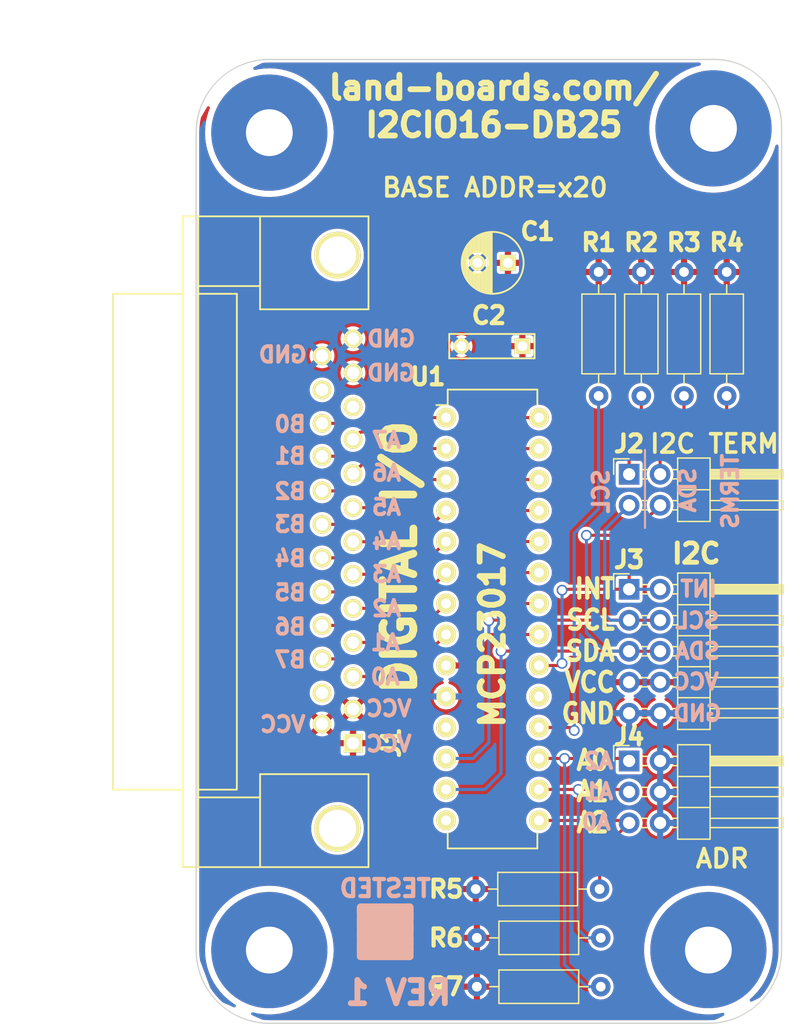
<source format=kicad_pcb>
(kicad_pcb (version 20211014) (generator pcbnew)
  (title_block (title "8-Channel Opto-Isolated Output I2C") (rev "X1") (company "land-boards.com"))
  (layers (0 "F.Cu" signal) (31 "B.Cu" signal) (36 "B.SilkS" user "B.Silkscreen") (37 "F.SilkS" user "F.Silkscreen") (38 "B.Mask" user) (39 "F.Mask" user) (44 "Edge.Cuts" user))
  (net 0 "")
  (net 1 "/A1")
  (net 2 "/A2")
  (net 3 "/SCL")
  (net 4 "/SDA")
  (net 5 "GND")
  (net 6 "/RST")
  (net 7 "/VCC")
  (net 12 "/G0")
  (net 13 "/G1")
  (net 14 "/G2")
  (net 15 "/G3")
  (net 16 "/G4")
  (net 17 "/G5")
  (net 18 "/G6")
  (net 19 "/G15")
  (net 20 "/G14")
  (net 21 "/G13")
  (net 22 "/G12")
  (net 23 "/G11")
  (net 24 "/G10")
  (net 25 "/G9")
  (net 26 "Net-(R3-Pad1)")
  (net 27 "Net-(R2-Pad1)")
  (net 28 "/G7")
  (net 29 "/G8")
  (net 30 "/IA")
  (net 31 "/A0")
  (footprint "LandBoards_MountHoles:MTG-6-32" (layer "F.Cu") (at 6 6 180)
    (fp_text reference "MTG4" hide)
    (fp_text value "MTG_HOLE" hide)
    (pad "1" thru_hole circle locked (at 0 0 180) (size 9.525 9.525) (drill 3.8354) (layers *.Cu *.Mask) (clearance 0.508))
  )
  (footprint "LandBoards_MountHoles:MTG-6-32" (layer "F.Cu") (at 42.42 5.65 180)
    (fp_text reference "MTG3" hide)
    (fp_text value "MTG_HOLE" hide)
    (pad "1" thru_hole circle locked (at 0 0 180) (size 9.525 9.525) (drill 3.8354) (layers *.Cu *.Mask) (clearance 0.508))
  )
  (footprint "LandBoards_MountHoles:MTG-6-32" (layer "F.Cu") (at 6 73 180)
    (fp_text reference "MTG2" hide)
    (fp_text value "MTG_HOLE" hide)
    (pad "1" thru_hole circle locked (at 0 0 180) (size 9.525 9.525) (drill 3.8354) (layers *.Cu *.Mask) (clearance 0.508))
  )
  (footprint "LandBoards_MountHoles:MTG-6-32" (layer "F.Cu") (at 42 73 180)
    (fp_text reference "MTG1" hide)
    (fp_text value "MTG_HOLE" hide)
    (pad "1" thru_hole circle locked (at 0 0 180) (size 9.525 9.525) (drill 3.8354) (layers *.Cu *.Mask) (clearance 0.508))
  )
  (footprint "Capacitors_ThroughHole:C_Rect_L7_W2_P5" (layer "F.Cu") (at 26.75 23.5 180)
    (fp_text reference "C2" (at 2.75 2.52 180) (layer "F.SilkS") (effects (font (size 1.397 1.397) (thickness 0.381))))
    (fp_text value "0.1uF" hide)
    (fp_line (start -1 1) (end -1 -1) (layer "F.SilkS") (width 0.15))
    (fp_line (start 6 -1) (end 6 1) (layer "F.SilkS") (width 0.15))
    (fp_line (start -1 -1) (end 6 -1) (layer "F.SilkS") (width 0.15))
    (fp_line (start 6 1) (end -1 1) (layer "F.SilkS") (width 0.15))
    (pad "1" thru_hole rect locked (at 0 0 180) (size 1.3 1.3) (drill 0.8) (layers *.Cu *.Mask "F.SilkS") (net 7 "/VCC"))
    (pad "2" thru_hole circle locked (at 5 0 180) (size 1.3 1.3) (drill 0.8) (layers *.Cu *.Mask "F.SilkS") (net 5 "GND"))
  )
  (footprint "Housings_DIP:DIP-28_W7.62mm" (layer "F.Cu") (at 20.49 29.355)
    (fp_text reference "U1" (at -1.49 -3.355) (layer "F.SilkS") (effects (font (size 1.397 1.397) (thickness 0.381))))
    (fp_text value "MCP23017P" hide)
    (fp_line (start 0.135 -2.295) (end 0.135 -1.025) (layer "F.SilkS") (width 0.15))
    (fp_line (start 0.135 -1.025) (end -0.8 -1.025) (layer "F.SilkS") (width 0.15))
    (fp_line (start 0.135 35.315) (end 0.135 34.045) (layer "F.SilkS") (width 0.15))
    (fp_line (start 7.485 35.315) (end 7.485 34.045) (layer "F.SilkS") (width 0.15))
    (fp_line (start 7.485 -2.295) (end 7.485 -1.025) (layer "F.SilkS") (width 0.15))
    (fp_line (start 0.135 35.315) (end 7.485 35.315) (layer "F.SilkS") (width 0.15))
    (fp_line (start 0.135 -2.295) (end 7.485 -2.295) (layer "F.SilkS") (width 0.15))
    (pad "1" thru_hole oval locked (at 0 0) (size 1.6 1.6) (drill 0.8) (layers *.Cu *.Mask "F.SilkS") (net 29 "/G8"))
    (pad "2" thru_hole oval locked (at 0 2.54) (size 1.6 1.6) (drill 0.8) (layers *.Cu *.Mask "F.SilkS") (net 25 "/G9"))
    (pad "3" thru_hole oval locked (at 0 5.08) (size 1.6 1.6) (drill 0.8) (layers *.Cu *.Mask "F.SilkS") (net 24 "/G10"))
    (pad "4" thru_hole oval locked (at 0 7.62) (size 1.6 1.6) (drill 0.8) (layers *.Cu *.Mask "F.SilkS") (net 23 "/G11"))
    (pad "5" thru_hole oval locked (at 0 10.16) (size 1.6 1.6) (drill 0.8) (layers *.Cu *.Mask "F.SilkS") (net 22 "/G12"))
    (pad "6" thru_hole oval locked (at 0 12.7) (size 1.6 1.6) (drill 0.8) (layers *.Cu *.Mask "F.SilkS") (net 21 "/G13"))
    (pad "7" thru_hole oval locked (at 0 15.24) (size 1.6 1.6) (drill 0.8) (layers *.Cu *.Mask "F.SilkS") (net 20 "/G14"))
    (pad "8" thru_hole oval locked (at 0 17.78) (size 1.6 1.6) (drill 0.8) (layers *.Cu *.Mask "F.SilkS") (net 19 "/G15"))
    (pad "9" thru_hole oval locked (at 0 20.32) (size 1.6 1.6) (drill 0.8) (layers *.Cu *.Mask "F.SilkS") (net 7 "/VCC"))
    (pad "10" thru_hole oval locked (at 0 22.86) (size 1.6 1.6) (drill 0.8) (layers *.Cu *.Mask "F.SilkS") (net 5 "GND"))
    (pad "11" thru_hole oval locked (at 0 25.4) (size 1.6 1.6) (drill 0.8) (layers *.Cu *.Mask "F.SilkS"))
    (pad "12" thru_hole oval locked (at 0 27.94) (size 1.6 1.6) (drill 0.8) (layers *.Cu *.Mask "F.SilkS") (net 3 "/SCL"))
    (pad "13" thru_hole oval locked (at 0 30.48) (size 1.6 1.6) (drill 0.8) (layers *.Cu *.Mask "F.SilkS") (net 4 "/SDA"))
    (pad "14" thru_hole oval locked (at 0 33.02) (size 1.6 1.6) (drill 0.8) (layers *.Cu *.Mask "F.SilkS"))
    (pad "15" thru_hole oval locked (at 7.62 33.02) (size 1.6 1.6) (drill 0.8) (layers *.Cu *.Mask "F.SilkS") (net 31 "/A0"))
    (pad "16" thru_hole oval locked (at 7.62 30.48) (size 1.6 1.6) (drill 0.8) (layers *.Cu *.Mask "F.SilkS") (net 1 "/A1"))
    (pad "17" thru_hole oval locked (at 7.62 27.94) (size 1.6 1.6) (drill 0.8) (layers *.Cu *.Mask "F.SilkS") (net 2 "/A2"))
    (pad "18" thru_hole oval locked (at 7.62 25.4) (size 1.6 1.6) (drill 0.8) (layers *.Cu *.Mask "F.SilkS") (net 6 "/RST"))
    (pad "19" thru_hole oval locked (at 7.62 22.86) (size 1.6 1.6) (drill 0.8) (layers *.Cu *.Mask "F.SilkS"))
    (pad "20" thru_hole oval locked (at 7.62 20.32) (size 1.6 1.6) (drill 0.8) (layers *.Cu *.Mask "F.SilkS") (net 30 "/IA"))
    (pad "21" thru_hole oval locked (at 7.62 17.78) (size 1.6 1.6) (drill 0.8) (layers *.Cu *.Mask "F.SilkS") (net 12 "/G0"))
    (pad "22" thru_hole oval locked (at 7.62 15.24) (size 1.6 1.6) (drill 0.8) (layers *.Cu *.Mask "F.SilkS") (net 13 "/G1"))
    (pad "23" thru_hole oval locked (at 7.62 12.7) (size 1.6 1.6) (drill 0.8) (layers *.Cu *.Mask "F.SilkS") (net 14 "/G2"))
    (pad "24" thru_hole oval locked (at 7.62 10.16) (size 1.6 1.6) (drill 0.8) (layers *.Cu *.Mask "F.SilkS") (net 15 "/G3"))
    (pad "25" thru_hole oval locked (at 7.62 7.62) (size 1.6 1.6) (drill 0.8) (layers *.Cu *.Mask "F.SilkS") (net 16 "/G4"))
    (pad "26" thru_hole oval locked (at 7.62 5.08) (size 1.6 1.6) (drill 0.8) (layers *.Cu *.Mask "F.SilkS") (net 17 "/G5"))
    (pad "27" thru_hole oval locked (at 7.62 2.54) (size 1.6 1.6) (drill 0.8) (layers *.Cu *.Mask "F.SilkS") (net 18 "/G6"))
    (pad "28" thru_hole oval locked (at 7.62 0) (size 1.6 1.6) (drill 0.8) (layers *.Cu *.Mask "F.SilkS") (net 28 "/G7"))
  )
  (footprint "Connector_PinHeader_2.54mm:PinHeader_2x05_P2.54mm_Horizontal" (layer "F.Cu") (at 35.5 43.425)
    (fp_text reference "J3" (at 0 -2.425) (layer "F.SilkS") (effects (font (size 1.397 1.397) (thickness 0.381))))
    (fp_text value "CONN_02X04")
    (fp_line (start 12.64 2.92) (end 6.64 2.92) (layer "F.SilkS") (width 0.12))
    (fp_line (start 12.64 5.46) (end 6.64 5.46) (layer "F.SilkS") (width 0.12))
    (fp_line (start 1.11 0.38) (end 1.497071 0.38) (layer "F.SilkS") (width 0.12))
    (fp_line (start 3.582929 2.16) (end 3.98 2.16) (layer "F.SilkS") (width 0.12))
    (fp_line (start 6.64 -1.33) (end 3.98 -1.33) (layer "F.SilkS") (width 0.12))
    (fp_line (start 3.98 11.49) (end 6.64 11.49) (layer "F.SilkS") (width 0.12))
    (fp_line (start 3.98 8.89) (end 6.64 8.89) (layer "F.SilkS") (width 0.12))
    (fp_line (start 6.64 9.78) (end 12.64 9.78) (layer "F.SilkS") (width 0.12))
    (fp_line (start 6.64 11.49) (end 6.64 -1.33) (layer "F.SilkS") (width 0.12))
    (fp_line (start 6.64 4.7) (end 12.64 4.7) (layer "F.SilkS") (width 0.12))
    (fp_line (start 3.582929 9.78) (end 3.98 9.78) (layer "F.SilkS") (width 0.12))
    (fp_line (start 1.042929 7.24) (end 1.497071 7.24) (layer "F.SilkS") (width 0.12))
    (fp_line (start 3.582929 10.54) (end 3.98 10.54) (layer "F.SilkS") (width 0.12))
    (fp_line (start 12.64 2.16) (end 12.64 2.92) (layer "F.SilkS") (width 0.12))
    (fp_line (start 1.042929 2.16) (end 1.497071 2.16) (layer "F.SilkS") (width 0.12))
    (fp_line (start 12.64 -0.38) (end 12.64 0.38) (layer "F.SilkS") (width 0.12))
    (fp_line (start 3.98 3.81) (end 6.64 3.81) (layer "F.SilkS") (width 0.12))
    (fp_line (start 6.64 2.16) (end 12.64 2.16) (layer "F.SilkS") (width 0.12))
    (fp_line (start 3.582929 8) (end 3.98 8) (layer "F.SilkS") (width 0.12))
    (fp_line (start 1.042929 9.78) (end 1.497071 9.78) (layer "F.SilkS") (width 0.12))
    (fp_line (start 3.582929 5.46) (end 3.98 5.46) (layer "F.SilkS") (width 0.12))
    (fp_line (start 12.64 0.38) (end 6.64 0.38) (layer "F.SilkS") (width 0.12))
    (fp_line (start 1.042929 5.46) (end 1.497071 5.46) (layer "F.SilkS") (width 0.12))
    (fp_line (start 12.64 10.54) (end 6.64 10.54) (layer "F.SilkS") (width 0.12))
    (fp_line (start 6.64 7.24) (end 12.64 7.24) (layer "F.SilkS") (width 0.12))
    (fp_line (start 3.582929 2.92) (end 3.98 2.92) (layer "F.SilkS") (width 0.12))
    (fp_line (start 3.98 1.27) (end 6.64 1.27) (layer "F.SilkS") (width 0.12))
    (fp_line (start 12.64 7.24) (end 12.64 8) (layer "F.SilkS") (width 0.12))
    (fp_line (start 6.64 -0.2) (end 12.64 -0.2) (layer "F.SilkS") (width 0.12))
    (fp_line (start 6.64 -0.38) (end 12.64 -0.38) (layer "F.SilkS") (width 0.12))
    (fp_line (start 6.64 -0.08) (end 12.64 -0.08) (layer "F.SilkS") (width 0.12))
    (fp_line (start 3.98 6.35) (end 6.64 6.35) (layer "F.SilkS") (width 0.12))
    (fp_line (start 1.11 -0.38) (end 1.497071 -0.38) (layer "F.SilkS") (width 0.12))
    (fp_line (start -1.27 0) (end -1.27 -1.27) (layer "F.SilkS") (width 0.12))
    (fp_line (start 6.64 -0.32) (end 12.64 -0.32) (layer "F.SilkS") (width 0.12))
    (fp_line (start 3.582929 7.24) (end 3.98 7.24) (layer "F.SilkS") (width 0.12))
    (fp_line (start 1.042929 2.92) (end 1.497071 2.92) (layer "F.SilkS") (width 0.12))
    (fp_line (start 6.64 0.28) (end 12.64 0.28) (layer "F.SilkS") (width 0.12))
    (fp_line (start -1.27 -1.27) (end 0 -1.27) (layer "F.SilkS") (width 0.12))
    (fp_line (start 1.042929 8) (end 1.497071 8) (layer "F.SilkS") (width 0.12))
    (fp_line (start 3.98 -1.33) (end 3.98 11.49) (layer "F.SilkS") (width 0.12))
    (fp_line (start 6.64 0.04) (end 12.64 0.04) (layer "F.SilkS") (width 0.12))
    (fp_line (start 3.582929 -0.38) (end 3.98 -0.38) (layer "F.SilkS") (width 0.12))
    (fp_line (start 1.042929 4.7) (end 1.497071 4.7) (layer "F.SilkS") (width 0.12))
    (fp_line (start 12.64 9.78) (end 12.64 10.54) (layer "F.SilkS") (width 0.12))
    (fp_line (start 12.64 4.7) (end 12.64 5.46) (layer "F.SilkS") (width 0.12))
    (fp_line (start 12.64 8) (end 6.64 8) (layer "F.SilkS") (width 0.12))
    (fp_line (start 1.042929 10.54) (end 1.497071 10.54) (layer "F.SilkS") (width 0.12))
    (fp_line (start 6.64 0.16) (end 12.64 0.16) (layer "F.SilkS") (width 0.12))
    (fp_line (start 3.582929 0.38) (end 3.98 0.38) (layer "F.SilkS") (width 0.12))
    (fp_line (start 3.582929 4.7) (end 3.98 4.7) (layer "F.SilkS") (width 0.12))
    (pad "1" thru_hole rect (at 0 0) (size 1.7 1.7) (drill 1) (layers *.Cu *.Mask) (net 30 "/IA"))
    (pad "2" thru_hole oval (at 2.54 0) (size 1.7 1.7) (drill 1) (layers *.Cu *.Mask) (net 30 "/IA"))
    (pad "3" thru_hole oval (at 0 2.54) (size 1.7 1.7) (drill 1) (layers *.Cu *.Mask) (net 3 "/SCL"))
    (pad "4" thru_hole oval (at 2.54 2.54) (size 1.7 1.7) (drill 1) (layers *.Cu *.Mask) (net 3 "/SCL"))
    (pad "5" thru_hole oval (at 0 5.08) (size 1.7 1.7) (drill 1) (layers *.Cu *.Mask) (net 4 "/SDA"))
    (pad "6" thru_hole oval (at 2.54 5.08) (size 1.7 1.7) (drill 1) (layers *.Cu *.Mask) (net 4 "/SDA"))
    (pad "7" thru_hole oval (at 0 7.62) (size 1.7 1.7) (drill 1) (layers *.Cu *.Mask) (net 7 "/VCC"))
    (pad "8" thru_hole oval (at 2.54 7.62) (size 1.7 1.7) (drill 1) (layers *.Cu *.Mask) (net 7 "/VCC"))
    (pad "9" thru_hole oval (at 0 10.16) (size 1.7 1.7) (drill 1) (layers *.Cu *.Mask) (net 5 "GND"))
    (pad "10" thru_hole oval (at 2.54 10.16) (size 1.7 1.7) (drill 1) (layers *.Cu *.Mask) (net 5 "GND"))
  )
  (footprint "Resistor_THT:R_Axial_DIN0207_L6.3mm_D2.5mm_P10.16mm_Horizontal" (layer "F.Cu") (at 36.5 27.58 90)
    (fp_text reference "R2" (at 12.575 0 180) (layer "F.SilkS") (effects (font (size 1.397 1.397) (thickness 0.381))))
    (fp_text value "2.2K")
    (fp_line (start 9.12 0) (end 8.35 0) (layer "F.SilkS") (width 0.12))
    (fp_line (start 8.35 1.37) (end 8.35 -1.37) (layer "F.SilkS") (width 0.12))
    (fp_line (start 1.81 1.37) (end 8.35 1.37) (layer "F.SilkS") (width 0.12))
    (fp_line (start 1.81 -1.37) (end 1.81 1.37) (layer "F.SilkS") (width 0.12))
    (fp_line (start 1.04 0) (end 1.81 0) (layer "F.SilkS") (width 0.12))
    (fp_line (start 8.35 -1.37) (end 1.81 -1.37) (layer "F.SilkS") (width 0.12))
    (pad "1" thru_hole circle (at 0 0 90) (size 1.6 1.6) (drill 0.8) (layers *.Cu *.Mask) (net 27 "Net-(R2-Pad1)"))
    (pad "2" thru_hole oval (at 10.16 0 90) (size 1.6 1.6) (drill 0.8) (layers *.Cu *.Mask) (net 7 "/VCC"))
  )
  (footprint "Resistor_THT:R_Axial_DIN0207_L6.3mm_D2.5mm_P10.16mm_Horizontal" (layer "F.Cu") (at 40 27.58 90)
    (fp_text reference "R3" (at 12.575 0 180) (layer "F.SilkS") (effects (font (size 1.397 1.397) (thickness 0.381))))
    (fp_text value "2.2K")
    (fp_line (start 1.04 0) (end 1.81 0) (layer "F.SilkS") (width 0.12))
    (fp_line (start 8.35 1.37) (end 8.35 -1.37) (layer "F.SilkS") (width 0.12))
    (fp_line (start 8.35 -1.37) (end 1.81 -1.37) (layer "F.SilkS") (width 0.12))
    (fp_line (start 1.81 1.37) (end 8.35 1.37) (layer "F.SilkS") (width 0.12))
    (fp_line (start 9.12 0) (end 8.35 0) (layer "F.SilkS") (width 0.12))
    (fp_line (start 1.81 -1.37) (end 1.81 1.37) (layer "F.SilkS") (width 0.12))
    (pad "1" thru_hole circle (at 0 0 90) (size 1.6 1.6) (drill 0.8) (layers *.Cu *.Mask) (net 26 "Net-(R3-Pad1)"))
    (pad "2" thru_hole oval (at 10.16 0 90) (size 1.6 1.6) (drill 0.8) (layers *.Cu *.Mask) (net 7 "/VCC"))
  )
  (footprint "Resistor_THT:R_Axial_DIN0207_L6.3mm_D2.5mm_P10.16mm_Horizontal" (layer "F.Cu") (at 43.5 27.58 90)
    (fp_text reference "R4" (at 12.575 0 180) (layer "F.SilkS") (effects (font (size 1.397 1.397) (thickness 0.381))))
    (fp_text value "10K")
    (fp_line (start 9.12 0) (end 8.35 0) (layer "F.SilkS") (width 0.12))
    (fp_line (start 1.81 -1.37) (end 1.81 1.37) (layer "F.SilkS") (width 0.12))
    (fp_line (start 8.35 1.37) (end 8.35 -1.37) (layer "F.SilkS") (width 0.12))
    (fp_line (start 1.81 1.37) (end 8.35 1.37) (layer "F.SilkS") (width 0.12))
    (fp_line (start 8.35 -1.37) (end 1.81 -1.37) (layer "F.SilkS") (width 0.12))
    (fp_line (start 1.04 0) (end 1.81 0) (layer "F.SilkS") (width 0.12))
    (pad "1" thru_hole circle (at 0 0 90) (size 1.6 1.6) (drill 0.8) (layers *.Cu *.Mask) (net 30 "/IA"))
    (pad "2" thru_hole oval (at 10.16 0 90) (size 1.6 1.6) (drill 0.8) (layers *.Cu *.Mask) (net 7 "/VCC"))
  )
  (footprint "Resistor_THT:R_Axial_DIN0207_L6.3mm_D2.5mm_P10.16mm_Horizontal" (layer "F.Cu") (at 33 27.58 90)
    (fp_text reference "R1" (at 12.575 0 180) (layer "F.SilkS") (effects (font (size 1.397 1.397) (thickness 0.381))))
    (fp_text value "10K")
    (fp_line (start 8.35 -1.37) (end 1.81 -1.37) (layer "F.SilkS") (width 0.12))
    (fp_line (start 1.81 1.37) (end 8.35 1.37) (layer "F.SilkS") (width 0.12))
    (fp_line (start 9.12 0) (end 8.35 0) (layer "F.SilkS") (width 0.12))
    (fp_line (start 1.04 0) (end 1.81 0) (layer "F.SilkS") (width 0.12))
    (fp_line (start 8.35 1.37) (end 8.35 -1.37) (layer "F.SilkS") (width 0.12))
    (fp_line (start 1.81 -1.37) (end 1.81 1.37) (layer "F.SilkS") (width 0.12))
    (pad "1" thru_hole circle (at 0 0 90) (size 1.6 1.6) (drill 0.8) (layers *.Cu *.Mask) (net 6 "/RST"))
    (pad "2" thru_hole oval (at 10.16 0 90) (size 1.6 1.6) (drill 0.8) (layers *.Cu *.Mask) (net 7 "/VCC"))
  )
  (footprint "Resistor_THT:R_Axial_DIN0207_L6.3mm_D2.5mm_P10.16mm_Horizontal" (layer "F.Cu") (at 33.175 76 180)
    (fp_text reference "R7" (at 12.675 0 180) (layer "F.SilkS") (effects (font (size 1.397 1.397) (thickness 0.381))))
    (fp_text value "10K")
    (fp_line (start 1.81 1.37) (end 8.35 1.37) (layer "F.SilkS") (width 0.12))
    (fp_line (start 1.04 0) (end 1.81 0) (layer "F.SilkS") (width 0.12))
    (fp_line (start 1.81 -1.37) (end 1.81 1.37) (layer "F.SilkS") (width 0.12))
    (fp_line (start 8.35 -1.37) (end 1.81 -1.37) (layer "F.SilkS") (width 0.12))
    (fp_line (start 9.12 0) (end 8.35 0) (layer "F.SilkS") (width 0.12))
    (fp_line (start 8.35 1.37) (end 8.35 -1.37) (layer "F.SilkS") (width 0.12))
    (pad "1" thru_hole circle (at 0 0 180) (size 1.6 1.6) (drill 0.8) (layers *.Cu *.Mask) (net 2 "/A2"))
    (pad "2" thru_hole oval (at 10.16 0 180) (size 1.6 1.6) (drill 0.8) (layers *.Cu *.Mask) (net 7 "/VCC"))
  )
  (footprint "Resistor_THT:R_Axial_DIN0207_L6.3mm_D2.5mm_P10.16mm_Horizontal" (layer "F.Cu") (at 33.175 72 180)
    (fp_text reference "R6" (at 12.675 0 180) (layer "F.SilkS") (effects (font (size 1.397 1.397) (thickness 0.381))))
    (fp_text value "10K")
    (fp_line (start 9.12 0) (end 8.35 0) (layer "F.SilkS") (width 0.12))
    (fp_line (start 1.81 -1.37) (end 1.81 1.37) (layer "F.SilkS") (width 0.12))
    (fp_line (start 1.04 0) (end 1.81 0) (layer "F.SilkS") (width 0.12))
    (fp_line (start 8.35 1.37) (end 8.35 -1.37) (layer "F.SilkS") (width 0.12))
    (fp_line (start 8.35 -1.37) (end 1.81 -1.37) (layer "F.SilkS") (width 0.12))
    (fp_line (start 1.81 1.37) (end 8.35 1.37) (layer "F.SilkS") (width 0.12))
    (pad "1" thru_hole circle (at 0 0 180) (size 1.6 1.6) (drill 0.8) (layers *.Cu *.Mask) (net 1 "/A1"))
    (pad "2" thru_hole oval (at 10.16 0 180) (size 1.6 1.6) (drill 0.8) (layers *.Cu *.Mask) (net 7 "/VCC"))
  )
  (footprint "Connector_PinHeader_2.54mm:PinHeader_2x02_P2.54mm_Horizontal" (layer "F.Cu") (at 35.5 34)
    (fp_text reference "J2" (at 0 -2.5) (layer "F.SilkS") (effects (font (size 1.397 1.397) (thickness 0.381))))
    (fp_text value "CONN_02X02")
    (fp_line (start 3.98 3.87) (end 6.64 3.87) (layer "F.SilkS") (width 0.12))
    (fp_line (start 12.64 -0.38) (end 12.64 0.38) (layer "F.SilkS") (width 0.12))
    (fp_line (start 1.042929 2.16) (end 1.497071 2.16) (layer "F.SilkS") (width 0.12))
    (fp_line (start 3.98 -1.33) (end 3.98 3.87) (layer "F.SilkS") (width 0.12))
    (fp_line (start -1.27 -1.27) (end 0 -1.27) (layer "F.SilkS") (width 0.12))
    (fp_line (start 6.64 2.16) (end 12.64 2.16) (layer "F.SilkS") (width 0.12))
    (fp_line (start 3.582929 0.38) (end 3.98 0.38) (layer "F.SilkS") (width 0.12))
    (fp_line (start 6.64 0.16) (end 12.64 0.16) (layer "F.SilkS") (width 0.12))
    (fp_line (start -1.27 0) (end -1.27 -1.27) (layer "F.SilkS") (width 0.12))
    (fp_line (start 12.64 0.38) (end 6.64 0.38) (layer "F.SilkS") (width 0.12))
    (fp_line (start 3.582929 -0.38) (end 3.98 -0.38) (layer "F.SilkS") (width 0.12))
    (fp_line (start 3.582929 2.16) (end 3.98 2.16) (layer "F.SilkS") (width 0.12))
    (fp_line (start 6.64 0.28) (end 12.64 0.28) (layer "F.SilkS") (width 0.12))
    (fp_line (start 3.582929 2.92) (end 3.98 2.92) (layer "F.SilkS") (width 0.12))
    (fp_line (start 3.98 1.27) (end 6.64 1.27) (layer "F.SilkS") (width 0.12))
    (fp_line (start 6.64 -0.2) (end 12.64 -0.2) (layer "F.SilkS") (width 0.12))
    (fp_line (start 6.64 -0.08) (end 12.64 -0.08) (layer "F.SilkS") (width 0.12))
    (fp_line (start 6.64 3.87) (end 6.64 -1.33) (layer "F.SilkS") (width 0.12))
    (fp_line (start 1.042929 2.92) (end 1.497071 2.92) (layer "F.SilkS") (width 0.12))
    (fp_line (start 1.11 0.38) (end 1.497071 0.38) (layer "F.SilkS") (width 0.12))
    (fp_line (start 6.64 -0.32) (end 12.64 -0.32) (layer "F.SilkS") (width 0.12))
    (fp_line (start 6.64 -1.33) (end 3.98 -1.33) (layer "F.SilkS") (width 0.12))
    (fp_line (start 6.64 -0.38) (end 12.64 -0.38) (layer "F.SilkS") (width 0.12))
    (fp_line (start 1.11 -0.38) (end 1.497071 -0.38) (layer "F.SilkS") (width 0.12))
    (fp_line (start 12.64 2.92) (end 6.64 2.92) (layer "F.SilkS") (width 0.12))
    (fp_line (start 12.64 2.16) (end 12.64 2.92) (layer "F.SilkS") (width 0.12))
    (fp_line (start 6.64 0.04) (end 12.64 0.04) (layer "F.SilkS") (width 0.12))
    (pad "1" thru_hole rect (at 0 0) (size 1.7 1.7) (drill 1) (layers *.Cu *.Mask) (net 27 "Net-(R2-Pad1)"))
    (pad "2" thru_hole oval (at 2.54 0) (size 1.7 1.7) (drill 1) (layers *.Cu *.Mask) (net 26 "Net-(R3-Pad1)"))
    (pad "3" thru_hole oval (at 0 2.54) (size 1.7 1.7) (drill 1) (layers *.Cu *.Mask) (net 3 "/SCL"))
    (pad "4" thru_hole oval (at 2.54 2.54) (size 1.7 1.7) (drill 1) (layers *.Cu *.Mask) (net 4 "/SDA"))
  )
  (footprint "Capacitors_ThroughHole:C_Radial_D5_L11_P2.5" (layer "F.Cu") (at 25.56 16.67 180)
    (fp_text reference "C1" (at -2.44 2.57) (layer "F.SilkS") (effects (font (size 1.397 1.397) (thickness 0.381))))
    (fp_text value "47uF" hide)
    (fp_line (start 1.605 0.095) (end 1.605 2.475) (layer "F.SilkS") (width 0.15))
    (fp_line (start 2.725 -2.019) (end 2.725 -0.871) (layer "F.SilkS") (width 0.15))
    (fp_line (start 3.285 0.44) (end 3.285 1.452) (layer "F.SilkS") (width 0.15))
    (fp_line (start 2.865 0.823) (end 2.865 1.908) (layer "F.SilkS") (width 0.15))
    (fp_line (start 1.465 -2.491) (end 1.465 2.491) (layer "F.SilkS") (width 0.15))
    (fp_line (start 2.165 0.835) (end 2.165 2.327) (layer "F.SilkS") (width 0.15))
    (fp_line (start 3.285 -1.452) (end 3.285 -0.44) (layer "F.SilkS") (width 0.15))
    (fp_line (start 3.005 -1.78) (end 3.005 -0.745) (layer "F.SilkS") (width 0.15))
    (fp_line (start 2.585 -2.114) (end 2.585 -0.896) (layer "F.SilkS") (width 0.15))
    (fp_line (start 2.585 0.896) (end 2.585 2.114) (layer "F.SilkS") (width 0.15))
    (fp_line (start 2.305 0.879) (end 2.305 2.266) (layer "F.SilkS") (width 0.15))
    (fp_line (start 3.005 0.745) (end 3.005 1.78) (layer "F.SilkS") (width 0.15))
    (fp_line (start 1.885 -2.418) (end 1.885 -0.657) (layer "F.SilkS") (width 0.15))
    (fp_line (start 3.145 0.628) (end 3.145 1.631) (layer "F.SilkS") (width 0.15))
    (fp_line (start 1.745 0.49) (end 1.745 2.451) (layer "F.SilkS") (width 0.15))
    (fp_line (start 2.725 0.871) (end 2.725 2.019) (layer "F.SilkS") (width 0.15))
    (fp_line (start 2.445 -2.196) (end 2.445 -0.898) (layer "F.SilkS") (width 0.15))
    (fp_line (start 2.165 -2.327) (end 2.165 -0.835) (layer "F.SilkS") (width 0.15))
    (fp_line (start 2.025 -2.377) (end 2.025 -0.764) (layer "F.SilkS") (width 0.15))
    (fp_line (start 1.325 -2.499) (end 1.325 2.499) (layer "F.SilkS") (width 0.15))
    (fp_line (start 1.745 -2.451) (end 1.745 -0.49) (layer "F.SilkS") (width 0.15))
    (fp_line (start 3.145 -1.631) (end 3.145 -0.628) (layer "F.SilkS") (width 0.15))
    (fp_line (start 2.865 -1.908) (end 2.865 -0.823) (layer "F.SilkS") (width 0.15))
    (fp_line (start 3.705 -0.472) (end 3.705 0.472) (layer "F.SilkS") (width 0.15))
    (fp_line (start 2.305 -2.266) (end 2.305 -0.879) (layer "F.SilkS") (width 0.15))
    (fp_line (start 2.025 0.764) (end 2.025 2.377) (layer "F.SilkS") (width 0.15))
    (fp_line (start 3.425 -1.233) (end 3.425 1.233) (layer "F.SilkS") (width 0.15))
    (fp_line (start 2.445 0.898) (end 2.445 2.196) (layer "F.SilkS") (width 0.15))
    (fp_line (start 1.885 0.657) (end 1.885 2.418) (layer "F.SilkS") (width 0.15))
    (fp_line (start 1.605 -2.475) (end 1.605 -0.095) (layer "F.SilkS") (width 0.15))
    (fp_line (start 3.565 -0.944) (end 3.565 0.944) (layer "F.SilkS") (width 0.15))
    (fp_circle (center 1.25 0) (end 1.25 -2.5375) (layer "F.SilkS") (width 0.15) (fill none))
    (fp_circle (center 2.5 0) (end 2.5 -0.9) (layer "F.SilkS") (width 0.15) (fill none))
    (pad "1" thru_hole rect locked (at 0 0 180) (size 1.3 1.3) (drill 0.8) (layers *.Cu *.Mask "F.SilkS") (net 7 "/VCC"))
    (pad "2" thru_hole circle locked (at 2.5 0 180) (size 1.3 1.3) (drill 0.8) (layers *.Cu *.Mask "F.SilkS") (net 5 "GND"))
  )
  (footprint "LandBoards_Marking:TEST_BLK-REAR" (layer "F.Cu") (at 15.5 71.5)
    (fp_text reference "TESTED" (at 0 -3.556) (layer "B.SilkS") (effects (font (size 1.397 1.397) (thickness 0.34925)) (justify mirror)))
    (fp_text value "TESTED_COUPON" hide)
    (fp_line (start 2 2) (end -2 2) (layer "B.SilkS") (width 0.65))
    (fp_line (start -2 1.5) (end 2 1.5) (layer "B.SilkS") (width 0.65))
    (fp_line (start -2 1) (end -2 1.5) (layer "B.SilkS") (width 0.65))
    (fp_line (start -2 -1.5) (end 2 -1.5) (layer "B.SilkS") (width 0.65))
    (fp_line (start 2 -1) (end -2 -1) (layer "B.SilkS") (width 0.65))
    (fp_line (start -2 -2) (end 2 -2) (layer "B.SilkS") (width 0.65))
    (fp_line (start -2 0) (end -2 0.5) (layer "B.SilkS") (width 0.65))
    (fp_line (start -2 -2) (end -2 -1.5) (layer "B.SilkS") (width 0.65))
    (fp_line (start 2 0.5) (end 2 1) (layer "B.SilkS") (width 0.65))
    (fp_line (start -2 -0.5) (end 2 -0.5) (layer "B.SilkS") (width 0.65))
    (fp_line (start 2 0) (end -2 0) (layer "B.SilkS") (width 0.65))
    (fp_line (start 2 -2) (end 2 2) (layer "B.SilkS") (width 0.65))
    (fp_line (start 1.5 0.5) (end 2 0.5) (layer "B.SilkS") (width 0.65))
    (fp_line (start -2 0.5) (end 1.5 0.5) (layer "B.SilkS") (width 0.65))
    (fp_line (start 2 -0.5) (end 2 0) (layer "B.SilkS") (width 0.65))
    (fp_line (start -2 -1) (end -2 -0.5) (layer "B.SilkS") (width 0.65))
    (fp_line (start 2 -1.5) (end 2 -1) (layer "B.SilkS") (width 0.65))
    (fp_line (start -2 2) (end -2 -2) (layer "B.SilkS") (width 0.65))
    (fp_line (start 2 1) (end -2 1) (layer "B.SilkS") (width 0.65))
  )
  (footprint "Connector_PinHeader_2.54mm:PinHeader_2x03_P2.54mm_Horizontal" (layer "F.Cu") (at 35.5 57.5)
    (fp_text reference "J4" (at 0 -2) (layer "F.SilkS") (effects (font (size 1.397 1.397) (thickness 0.381))))
    (fp_text value "Conn_02x03_Counter_Clockwise")
    (fp_line (start 12.64 2.16) (end 12.64 2.92) (layer "F.SilkS") (width 0.12))
    (fp_line (start 1.042929 2.16) (end 1.497071 2.16) (layer "F.SilkS") (width 0.12))
    (fp_line (start 12.64 5.46) (end 6.64 5.46) (layer "F.SilkS") (width 0.12))
    (fp_line (start 6.64 0.04) (end 12.64 0.04) (layer "F.SilkS") (width 0.12))
    (fp_line (start 3.582929 2.16) (end 3.98 2.16) (layer "F.SilkS") (width 0.12))
    (fp_line (start 3.98 1.27) (end 6.64 1.27) (layer "F.SilkS") (width 0.12))
    (fp_line (start 3.582929 4.7) (end 3.98 4.7) (layer "F.SilkS") (width 0.12))
    (fp_line (start 3.98 -1.33) (end 3.98 6.41) (layer "F.SilkS") (width 0.12))
    (fp_line (start 12.64 4.7) (end 12.64 5.46) (layer "F.SilkS") (width 0.12))
    (fp_line (start -1.27 -1.27) (end 0 -1.27) (layer "F.SilkS") (width 0.12))
    (fp_line (start 1.11 0.38) (end 1.497071 0.38) (layer "F.SilkS") (width 0.12))
    (fp_line (start 6.64 6.41) (end 6.64 -1.33) (layer "F.SilkS") (width 0.12))
    (fp_line (start 1.042929 2.92) (end 1.497071 2.92) (layer "F.SilkS") (width 0.12))
    (fp_line (start 6.64 0.28) (end 12.64 0.28) (layer "F.SilkS") (width 0.12))
    (fp_line (start 6.64 2.16) (end 12.64 2.16) (layer "F.SilkS") (width 0.12))
    (fp_line (start 12.64 -0.38) (end 12.64 0.38) (layer "F.SilkS") (width 0.12))
    (fp_line (start 6.64 0.16) (end 12.64 0.16) (layer "F.SilkS") (width 0.12))
    (fp_line (start 6.64 -1.33) (end 3.98 -1.33) (layer "F.SilkS") (width 0.12))
    (fp_line (start 3.582929 0.38) (end 3.98 0.38) (layer "F.SilkS") (width 0.12))
    (fp_line (start 12.64 0.38) (end 6.64 0.38) (layer "F.SilkS") (width 0.12))
    (fp_line (start -1.27 0) (end -1.27 -1.27) (layer "F.SilkS") (width 0.12))
    (fp_line (start 3.582929 -0.38) (end 3.98 -0.38) (layer "F.SilkS") (width 0.12))
    (fp_line (start 6.64 4.7) (end 12.64 4.7) (layer "F.SilkS") (width 0.12))
    (fp_line (start 12.64 2.92) (end 6.64 2.92) (layer "F.SilkS") (width 0.12))
    (fp_line (start 3.98 6.41) (end 6.64 6.41) (layer "F.SilkS") (width 0.12))
    (fp_line (start 3.582929 2.92) (end 3.98 2.92) (layer "F.SilkS") (width 0.12))
    (fp_line (start 1.042929 4.7) (end 1.497071 4.7) (layer "F.SilkS") (width 0.12))
    (fp_line (start 3.582929 5.46) (end 3.98 5.46) (layer "F.SilkS") (width 0.12))
    (fp_line (start 3.98 3.81) (end 6.64 3.81) (layer "F.SilkS") (width 0.12))
    (fp_line (start 6.64 -0.32) (end 12.64 -0.32) (layer "F.SilkS") (width 0.12))
    (fp_line (start 6.64 -0.2) (end 12.64 -0.2) (layer "F.SilkS") (width 0.12))
    (fp_line (start 6.64 -0.38) (end 12.64 -0.38) (layer "F.SilkS") (width 0.12))
    (fp_line (start 1.042929 5.46) (end 1.497071 5.46) (layer "F.SilkS") (width 0.12))
    (fp_line (start 1.11 -0.38) (end 1.497071 -0.38) (layer "F.SilkS") (width 0.12))
    (fp_line (start 6.64 -0.08) (end 12.64 -0.08) (layer "F.SilkS") (width 0.12))
    (pad "1" thru_hole rect (at 0 0) (size 1.7 1.7) (drill 1) (layers *.Cu *.Mask) (net 2 "/A2"))
    (pad "2" thru_hole oval (at 2.54 0) (size 1.7 1.7) (drill 1) (layers *.Cu *.Mask) (net 5 "GND"))
    (pad "3" thru_hole oval (at 0 2.54) (size 1.7 1.7) (drill 1) (layers *.Cu *.Mask) (net 1 "/A1"))
    (pad "4" thru_hole oval (at 2.54 2.54) (size 1.7 1.7) (drill 1) (layers *.Cu *.Mask) (net 5 "GND"))
    (pad "5" thru_hole oval (at 0 5.08) (size 1.7 1.7) (drill 1) (layers *.Cu *.Mask) (net 31 "/A0"))
    (pad "6" thru_hole oval (at 2.54 5.08) (size 1.7 1.7) (drill 1) (layers *.Cu *.Mask) (net 5 "GND"))
  )
  (footprint "Resistor_THT:R_Axial_DIN0207_L6.3mm_D2.5mm_P10.16mm_Horizontal" (layer "F.Cu") (at 33.08 68 180)
    (fp_text reference "R5" (at 12.58 0) (layer "F.SilkS") (effects (font (size 1.397 1.397) (thickness 0.381))))
    (fp_text value "10K")
    (fp_line (start 8.35 1.37) (end 8.35 -1.37) (layer "F.SilkS") (width 0.12))
    (fp_line (start 1.04 0) (end 1.81 0) (layer "F.SilkS") (width 0.12))
    (fp_line (start 8.35 -1.37) (end 1.81 -1.37) (layer "F.SilkS") (width 0.12))
    (fp_line (start 9.12 0) (end 8.35 0) (layer "F.SilkS") (width 0.12))
    (fp_line (start 1.81 1.37) (end 8.35 1.37) (layer "F.SilkS") (width 0.12))
    (fp_line (start 1.81 -1.37) (end 1.81 1.37) (layer "F.SilkS") (width 0.12))
    (pad "1" thru_hole circle (at 0 0 180) (size 1.6 1.6) (drill 0.8) (layers *.Cu *.Mask) (net 31 "/A0"))
    (pad "2" thru_hole oval (at 10.16 0 180) (size 1.6 1.6) (drill 0.8) (layers *.Cu *.Mask) (net 7 "/VCC"))
  )
  (footprint "LandBoards_Conns:DB25FC" (layer "F.Cu") (at 11.59 39.53 90)
    (fp_text reference "J1" (at -16.47 4.41 90) (layer "F.SilkS") (effects (font (size 1.397 1.397) (thickness 0.381))))
    (fp_text value "DB25")
    (fp_line (start -20.32 -8.255) (end -20.32 -11.43) (layer "F.SilkS") (width 0.15))
    (fp_line (start 20.32 -18.415) (end 20.32 -12.7) (layer "F.SilkS") (width 0.15))
    (fp_line (start -20.955 -11.43) (end -20.955 -6.35) (layer "F.SilkS") (width 0.15))
    (fp_line (start 20.955 -11.43) (end 20.955 -6.35) (layer "F.SilkS") (width 0.15))
    (fp_line (start 26.67 -11.43) (end 26.67 2.54) (layer "F.SilkS") (width 0.15))
    (fp_line (start 19.05 2.54) (end 26.67 2.54) (layer "F.SilkS") (width 0.15))
    (fp_line (start 20.32 -8.255) (end 20.32 -11.43) (layer "F.SilkS") (width 0.15))
    (fp_line (start 26.67 -12.7) (end -26.67 -12.7) (layer "F.SilkS") (width 0.15))
    (fp_line (start -20.32 -8.255) (end 20.32 -8.255) (layer "F.SilkS") (width 0.15))
    (fp_line (start -20.32 -18.415) (end -20.32 -12.7) (layer "F.SilkS") (width 0.15))
    (fp_line (start -19.05 -6.35) (end -19.05 2.54) (layer "F.SilkS") (width 0.15))
    (fp_line (start -26.67 2.54) (end -26.67 -11.43) (layer "F.SilkS") (width 0.15))
    (fp_line (start -20.32 -18.415) (end 20.32 -18.415) (layer "F.SilkS") (width 0.15))
    (fp_line (start -26.67 -12.7) (end -26.67 -11.43) (layer "F.SilkS") (width 0.15))
    (fp_line (start 26.67 -11.43) (end 26.67 -12.7) (layer "F.SilkS") (width 0.15))
    (fp_line (start -26.67 -6.35) (end -19.05 -6.35) (layer "F.SilkS") (width 0.15))
    (fp_line (start 19.05 -6.35) (end 19.05 2.54) (layer "F.SilkS") (width 0.15))
    (fp_line (start -26.67 -11.43) (end 26.67 -11.43) (layer "F.SilkS") (width 0.15))
    (fp_line (start 26.67 -6.35) (end 19.05 -6.35) (layer "F.SilkS") (width 0.15))
    (fp_line (start -26.67 2.54) (end -19.05 2.54) (layer "F.SilkS") (width 0.15))
    (pad "" thru_hole circle locked (at 23.495 0 90) (size 3.81 3.81) (drill 3.048) (layers *.Cu *.Mask "F.SilkS"))
    (pad "" thru_hole circle locked (at -23.495 0 90) (size 3.81 3.81) (drill 3.048) (layers *.Cu *.Mask "F.SilkS"))
    (pad "1" thru_hole rect locked (at -16.51 1.27 90) (size 1.524 1.524) (drill 1.016) (layers *.Cu *.Mask "F.SilkS") (net 7 "/VCC"))
    (pad "2" thru_hole circle locked (at -13.716 1.27 90) (size 1.524 1.524) (drill 1.016) (layers *.Cu *.Mask "F.SilkS") (net 7 "/VCC"))
    (pad "3" thru_hole circle locked (at -11.049 1.27 90) (size 1.524 1.524) (drill 1.016) (layers *.Cu *.Mask "F.SilkS") (net 12 "/G0"))
    (pad "4" thru_hole circle locked (at -8.255 1.27 90) (size 1.524 1.524) (drill 1.016) (layers *.Cu *.Mask "F.SilkS") (net 13 "/G1"))
    (pad "5" thru_hole circle locked (at -5.461 1.27 90) (size 1.524 1.524) (drill 1.016) (layers *.Cu *.Mask "F.SilkS") (net 14 "/G2"))
    (pad "6" thru_hole circle locked (at -2.667 1.27 90) (size 1.524 1.524) (drill 1.016) (layers *.Cu *.Mask "F.SilkS") (net 15 "/G3"))
    (pad "7" thru_hole circle locked (at 0 1.27 90) (size 1.524 1.524) (drill 1.016) (layers *.Cu *.Mask "F.SilkS") (net 16 "/G4"))
    (pad "8" thru_hole circle locked (at 2.794 1.27 90) (size 1.524 1.524) (drill 1.016) (layers *.Cu *.Mask "F.SilkS") (net 17 "/G5"))
    (pad "9" thru_hole circle locked (at 5.588 1.27 90) (size 1.524 1.524) (drill 1.016) (layers *.Cu *.Mask "F.SilkS") (net 18 "/G6"))
    (pad "10" thru_hole circle locked (at 8.382 1.27 90) (size 1.524 1.524) (drill 1.016) (layers *.Cu *.Mask "F.SilkS") (net 28 "/G7"))
    (pad "11" thru_hole circle locked (at 11.049 1.27 90) (size 1.524 1.524) (drill 1.016) (layers *.Cu *.Mask "F.SilkS"))
    (pad "12" thru_hole circle locked (at 13.843 1.27 90) (size 1.524 1.524) (drill 1.016) (layers *.Cu *.Mask "F.SilkS") (net 5 "GND"))
    (pad "13" thru_hole circle locked (at 16.637 1.27 90) (size 1.524 1.524) (drill 1.016) (layers *.Cu *.Mask "F.SilkS") (net 5 "GND"))
    (pad "14" thru_hole circle locked (at -14.9352 -1.27 90) (size 1.524 1.524) (drill 1.016) (layers *.Cu *.Mask "F.SilkS") (net 7 "/VCC"))
    (pad "15" thru_hole circle locked (at -12.3952 -1.27 90) (size 1.524 1.524) (drill 1.016) (layers *.Cu *.Mask "F.SilkS"))
    (pad "16" thru_hole circle locked (at -9.6012 -1.27 90) (size 1.524 1.524) (drill 1.016) (layers *.Cu *.Mask "F.SilkS") (net 19 "/G15"))
    (pad "17" thru_hole circle locked (at -6.858 -1.27 90) (size 1.524 1.524) (drill 1.016) (layers *.Cu *.Mask "F.SilkS") (net 20 "/G14"))
    (pad "18" thru_hole circle locked (at -4.1148 -1.27 90) (size 1.524 1.524) (drill 1.016) (layers *.Cu *.Mask "F.SilkS") (net 21 "/G13"))
    (pad "19" thru_hole circle locked (at -1.3208 -1.27 90) (size 1.524 1.524) (drill 1.016) (layers *.Cu *.Mask "F.SilkS") (net 22 "/G12"))
    (pad "20" thru_hole circle locked (at 1.4224 -1.27 90) (size 1.524 1.524) (drill 1.016) (layers *.Cu *.Mask "F.SilkS") (net 23 "/G11"))
    (pad "21" thru_hole circle locked (at 4.1656 -1.27 90) (size 1.524 1.524) (drill 1.016) (layers *.Cu *.Mask "F.SilkS") (net 24 "/G10"))
    (pad "22" thru_hole circle locked (at 7.0104 -1.27 90) (size 1.524 1.524) (drill 1.016) (layers *.Cu *.Mask "F.SilkS") (net 25 "/G9"))
    (pad "23" thru_hole circle locked (at 9.7028 -1.27 90) (size 1.524 1.524) (drill 1.016) (layers *.Cu *.Mask "F.SilkS") (net 29 "/G8"))
    (pad "24" thru_hole circle locked (at 12.446 -1.27 90) (size 1.524 1.524) (drill 1.016) (layers *.Cu *.Mask "F.SilkS"))
    (pad "25" thru_hole circle locked (at 15.24 -1.27 90) (size 1.524 1.524) (drill 1.016) (layers *.Cu *.Mask "F.SilkS") (net 5 "GND"))
  )
  (gr_line (start 36.8 32) (end 36.8 38.4) (layer "B.SilkS") (width 0.15))
  (gr_line (start 36.8 32) (end 36.8 38.4) (layer "F.SilkS") (width 0.15))
  (gr_arc (start 48 73) (mid 46.242641 77.242641) (end 42 79) (layer "Edge.Cuts") (width 0.1))
  (gr_line (start 48 73) (end 48 6) (layer "Edge.Cuts") (width 0.1))
  (gr_arc (start 0 6) (mid 1.757359 1.757359) (end 6 0) (layer "Edge.Cuts") (width 0.1))
  (gr_arc (start 42.5 0) (mid 46.389087 1.610913) (end 48 5.5) (layer "Edge.Cuts") (width 0.1))
  (gr_line (start 6 79) (end 42 79) (layer "Edge.Cuts") (width 0.1))
  (gr_line (start 42.5 0) (end 6 0) (layer "Edge.Cuts") (width 0.1))
  (gr_line (start 0 6) (end 0 73) (layer "Edge.Cuts") (width 0.1))
  (gr_arc (start 6 79) (mid 1.757359 77.242641) (end 0 73) (layer "Edge.Cuts") (width 0.1))
  (gr_line (start 48 5.5) (end 48 6) (layer "Edge.Cuts") (width 0.1))
  (gr_text "B5" (at 7.7 43.7) (layer "B.SilkS") (effects (font (size 1.27 1.27) (thickness 0.3175)) (justify mirror)))
  (gr_text "VCC" (at 7.1 54.5) (layer "B.SilkS") (effects (font (size 1.27 1.27) (thickness 0.3175)) (justify mirror)))
  (gr_text "B0" (at 7.7 29.9) (layer "B.SilkS") (effects (font (size 1.27 1.27) (thickness 0.3175)) (justify mirror)))
  (gr_text "SDA" (at 41.1 48.5) (layer "B.SilkS") (effects (font (size 1.27 1.27) (thickness 0.3175)) (justify mirror)))
  (gr_text "B1" (at 7.7 32.5) (layer "B.SilkS") (effects (font (size 1.27 1.27) (thickness 0.3175)) (justify mirror)))
  (gr_text "B7" (at 7.7 49.2) (layer "B.SilkS") (effects (font (size 1.27 1.27) (thickness 0.3175)) (justify mirror)))
  (gr_text "B3" (at 7.7 38.1) (layer "B.SilkS") (effects (font (size 1.27 1.27) (thickness 0.3175)) (justify mirror)))
  (gr_text "GND" (at 41.1 53.6) (layer "B.SilkS") (effects (font (size 1.27 1.27) (thickness 0.3175)) (justify mirror)))
  (gr_text "A6" (at 15.6 33.9) (layer "B.SilkS") (effects (font (size 1.27 1.27) (thickness 0.3175)) (justify mirror)))
  (gr_text "A2" (at 15.6 45) (layer "B.SilkS") (effects (font (size 1.27 1.27) (thickness 0.3175)) (justify mirror)))
  (gr_text "SCL" (at 41.1 46) (layer "B.SilkS") (effects (font (size 1.27 1.27) (thickness 0.3175)) (justify mirror)))
  (gr_text "GND" (at 16 25.7) (layer "B.SilkS") (effects (font (size 1.27 1.27) (thickness 0.3175)) (justify mirror)))
  (gr_text "A3" (at 15.6 42.2) (layer "B.SilkS") (effects (font (size 1.27 1.27) (thickness 0.3175)) (justify mirror)))
  (gr_text "VCC" (at 41 51) (layer "B.SilkS") (effects (font (size 1.27 1.27) (thickness 0.3175)) (justify mirror)))
  (gr_text "VCC" (at 15.8 53.2) (layer "B.SilkS") (effects (font (size 1.27 1.27) (thickness 0.3175)) (justify mirror)))
  (gr_text "GND" (at 16 22.9) (layer "B.SilkS") (effects (font (size 1.27 1.27) (thickness 0.3175)) (justify mirror)))
  (gr_text "INT" (at 41.2 43.4) (layer "B.SilkS") (effects (font (size 1.27 1.27) (thickness 0.3175)) (justify mirror)))
  (gr_text "A1" (at 33 60) (layer "B.SilkS") (effects (font (size 1.27 1.27) (thickness 0.3175)) (justify mirror)))
  (gr_text "B4" (at 7.7 40.9) (layer "B.SilkS") (effects (font (size 1.27 1.27) (thickness 0.3175)) (justify mirror)))
  (gr_text "B2" (at 7.7 35.4) (layer "B.SilkS") (effects (font (size 1.27 1.27) (thickness 0.3175)) (justify mirror)))
  (gr_text "VCC" (at 15.8 56.1) (layer "B.SilkS") (effects (font (size 1.27 1.27) (thickness 0.3175)) (justify mirror)))
  (gr_text "A5" (at 15.6 36.7) (layer "B.SilkS") (effects (font (size 1.27 1.27) (thickness 0.3175)) (justify mirror)))
  (gr_text "TERMS" (at 43.8 35.4 90) (layer "B.SilkS") (effects (font (size 1.27 1.27) (thickness 0.3175)) (justify mirror)))
  (gr_text "B6" (at 7.7 46.5) (layer "B.SilkS") (effects (font (size 1.27 1.27) (thickness 0.3175)) (justify mirror)))
  (gr_text "A4" (at 15.6 39.5) (layer "B.SilkS") (effects (font (size 1.27 1.27) (thickness 0.3175)) (justify mirror)))
  (gr_text "GND" (at 7.1 24.2) (layer "B.SilkS") (effects (font (size 1.27 1.27) (thickness 0.3175)) (justify mirror)))
  (gr_text "A1" (at 15.5 47.8) (layer "B.SilkS") (effects (font (size 1.27 1.27) (thickness 0.3175)) (justify mirror)))
  (gr_text "SDA" (at 40.3 35.3 90) (layer "B.SilkS") (effects (font (size 1.27 1.27) (thickness 0.3175)) (justify mirror)))
  (gr_text "A7" (at 15.6 31.2) (layer "B.SilkS") (effects (font (size 1.27 1.27) (thickness 0.3175)) (justify mirror)))
  (gr_text "A2" (at 33 57.5) (layer "B.SilkS") (effects (font (size 1.27 1.27) (thickness 0.3175)) (justify mirror)))
  (gr_text "REV 1" (at 12 76.5) (layer "B.SilkS") (effects (font (size 1.905 1.905) (thickness 0.47625)) (justify right mirror)))
  (gr_text "SCL" (at 33.2 35.4 90) (layer "B.SilkS") (effects (font (size 1.27 1.27) (thickness 0.3175)) (justify mirror)))
  (gr_text "A0" (at 32.8 62.5) (layer "B.SilkS") (effects (font (size 1.27 1.27) (thickness 0.3175)) (justify mirror)))
  (gr_text "A0" (at 15.5 50.6) (layer "B.SilkS") (effects (font (size 1.27 1.27) (thickness 0.3175)) (justify mirror)))
  (gr_text "A0\nA1\nA2" (at 34 60) (layer "F.SilkS") (effects (font (size 1.5875 1.397) (thickness 0.34925)) (justify right)))
  (gr_text "INT\nSCL\nSDA\nVCC\nGND" (at 34.5 48.5) (layer "F.SilkS") (effects (font (size 1.5875 1.397) (thickness 0.34925)) (justify right)))
  (gr_text "BASE ADDR=x20" (at 24.5 10.5) (layer "F.SilkS") (effects (font (size 1.5 1.5) (thickness 0.3))))
  (gr_text "I2C" (at 41 40.5) (layer "F.SilkS") (effects (font (size 1.5875 1.5875) (thickness 0.396875))))
  (gr_text "MCP23017" (at 24.29 47.15 90) (layer "F.SilkS") (effects (font (size 1.905 1.905) (thickness 0.47625))))
  (gr_text "land-boards.com/\nI2CIO16-DB25" (at 24.417 3.843) (layer "F.SilkS") (effects (font (size 1.905 1.905) (thickness 0.47625))))
  (gr_text "ADR" (at 40.8 65.5) (layer "F.SilkS") (effects (font (size 1.5 1.5) (thickness 0.3)) (justify left)))
  (gr_text "DIGITAL I/O" (at 16.67 40.8 90) (layer "F.SilkS") (effects (font (size 2.54 2.54) (thickness 0.635))))
  (gr_text "I2C TERM" (at 42.5 31.5) (layer "F.SilkS") (effects (font (size 1.5 1.5) (thickness 0.3))))
  (segment (start 35.295 59.835) (end 35.5 60.04) (width 0.254) (layer "F.Cu") (net 1))
  (segment (start 31.335 59.835) (end 35.295 59.835) (width 0.254) (layer "F.Cu") (net 1))
  (segment (start 28.11 59.835) (end 31.335 59.835) (width 0.254) (layer "F.Cu") (net 1))
  (via (at 31.335 59.835) (size 0.889) (drill 0.635) (layers "F.Cu" "B.Cu") (net 1))
  (segment (start 33.175 72) (end 32 72) (width 0.254) (layer "B.Cu") (net 1))
  (segment (start 32 72) (end 31.335 71.335) (width 0.254) (layer "B.Cu") (net 1))
  (segment (start 31.335 71.335) (end 31.335 59.835) (width 0.254) (layer "B.Cu") (net 1))
  (segment (start 30.205 57.295) (end 35.295 57.295) (width 0.254) (layer "F.Cu") (net 2))
  (segment (start 35.295 57.295) (end 35.5 57.5) (width 0.254) (layer "F.Cu") (net 2))
  (segment (start 28.11 57.295) (end 30.205 57.295) (width 0.254) (layer "F.Cu") (net 2))
  (via (at 30.205 57.295) (size 0.889) (drill 0.635) (layers "F.Cu" "B.Cu") (net 2))
  (segment (start 30.205 74.205) (end 30.205 57.295) (width 0.254) (layer "B.Cu") (net 2))
  (segment (start 33.175 76) (end 32 76) (width 0.254) (layer "B.Cu") (net 2))
  (segment (start 32 76) (end 30.205 74.205) (width 0.254) (layer "B.Cu") (net 2))
  (segment (start 24.045511 45.954489) (end 35.339489 45.954489) (width 0.254) (layer "F.Cu") (net 3))
  (segment (start 24 46) (end 24.045511 45.954489) (width 0.254) (layer "F.Cu") (net 3))
  (segment (start 35.35 45.965) (end 37.89 45.965) (width 0.254) (layer "F.Cu") (net 3))
  (segment (start 35.339489 45.954489) (end 35.35 45.965) (width 0.254) (layer "F.Cu") (net 3))
  (via (at 24 46) (size 0.889) (drill 0.635) (layers "F.Cu" "B.Cu") (net 3))
  (segment (start 20.49 57.295) (end 22.705 57.295) (width 0.254) (layer "B.Cu") (net 3))
  (segment (start 35.35 45.965) (end 33.965 45.965) (width 0.254) (layer "B.Cu") (net 3))
  (segment (start 22.705 57.295) (end 24 56) (width 0.254) (layer "B.Cu") (net 3))
  (segment (start 33.5 45.5) (end 33.5 38.54) (width 0.254) (layer "B.Cu") (net 3))
  (segment (start 24 56) (end 24 46) (width 0.254) (layer "B.Cu") (net 3))
  (segment (start 33.5 38.54) (end 35.5 36.54) (width 0.254) (layer "B.Cu") (net 3))
  (segment (start 33.965 45.965) (end 33.5 45.5) (width 0.254) (layer "B.Cu") (net 3))
  (segment (start 35.58 39) (end 38.04 36.54) (width 0.254) (layer "F.Cu") (net 4))
  (segment (start 35.35 48.505) (end 37.89 48.505) (width 0.254) (layer "F.Cu") (net 4))
  (segment (start 25 48.5) (end 25.005511 48.494489) (width 0.254) (layer "F.Cu") (net 4))
  (segment (start 35.339489 48.494489) (end 35.35 48.505) (width 0.254) (layer "F.Cu") (net 4))
  (segment (start 25.005511 48.494489) (end 35.339489 48.494489) (width 0.254) (layer "F.Cu") (net 4))
  (segment (start 32 39) (end 35.58 39) (width 0.254) (layer "F.Cu") (net 4))
  (via (at 32 39) (size 0.889) (drill 0.635) (layers "F.Cu" "B.Cu") (net 4))
  (via (at 25 48.5) (size 0.889) (drill 0.635) (layers "F.Cu" "B.Cu") (net 4))
  (segment (start 20.49 59.835) (end 23.665 59.835) (width 0.254) (layer "B.Cu") (net 4))
  (segment (start 32 47) (end 32 39) (width 0.254) (layer "B.Cu") (net 4))
  (segment (start 25 58.5) (end 25 48.5) (width 0.254) (layer "B.Cu") (net 4))
  (segment (start 35.35 48.505) (end 33.505 48.505) (width 0.254) (layer "B.Cu") (net 4))
  (segment (start 23.665 59.835) (end 25 58.5) (width 0.254) (layer "B.Cu") (net 4))
  (segment (start 33.505 48.505) (end 32 47) (width 0.254) (layer "B.Cu") (net 4))
  (segment (start 28.11 54.755) (end 30.755 54.755) (width 0.254) (layer "F.Cu") (net 6))
  (segment (start 30.755 54.755) (end 31 55) (width 0.254) (layer "F.Cu") (net 6))
  (via (at 31 55) (size 0.889) (drill 0.635) (layers "F.Cu" "B.Cu") (net 6))
  (segment (start 31 38.833257) (end 33 36.833257) (width 0.254) (layer "B.Cu") (net 6))
  (segment (start 33 36.833257) (end 33 27.58) (width 0.254) (layer "B.Cu") (net 6))
  (segment (start 31 55) (end 31 38.833257) (width 0.254) (layer "B.Cu") (net 6))
  (segment (start 17.763741 50.579) (end 19.922742 48.42) (width 0.254) (layer "F.Cu") (net 12))
  (segment (start 12.86 50.579) (end 17.763741 50.579) (width 0.254) (layer "F.Cu") (net 12))
  (segment (start 23.705 47.135) (end 22.42 48.42) (width 0.254) (layer "F.Cu") (net 12))
  (segment (start 19.922742 48.42) (end 22.42 48.42) (width 0.254) (layer "F.Cu") (net 12))
  (segment (start 28.11 47.135) (end 23.705 47.135) (width 0.254) (layer "F.Cu") (net 12))
  (segment (start 18.017742 47.785) (end 19.922742 45.88) (width 0.254) (layer "F.Cu") (net 13))
  (segment (start 28.11 44.595) (end 23.665 44.595) (width 0.254) (layer "F.Cu") (net 13))
  (segment (start 19.922742 45.88) (end 22.38 45.88) (width 0.254) (layer "F.Cu") (net 13))
  (segment (start 12.86 47.785) (end 18.017742 47.785) (width 0.254) (layer "F.Cu") (net 13))
  (segment (start 23.665 44.595) (end 22.38 45.88) (width 0.254) (layer "F.Cu") (net 13))
  (segment (start 23.625 42.055) (end 22.34 43.34) (width 0.254) (layer "F.Cu") (net 14))
  (segment (start 28.11 42.055) (end 23.625 42.055) (width 0.254) (layer "F.Cu") (net 14))
  (segment (start 20.075504 43.34) (end 22.34 43.34) (width 0.254) (layer "F.Cu") (net 14))
  (segment (start 12.86 44.991) (end 18.424504 44.991) (width 0.254) (layer "F.Cu") (net 14))
  (segment (start 18.424504 44.991) (end 20.075504 43.34) (width 0.254) (layer "F.Cu") (net 14))
  (segment (start 12.86 42.197) (end 18.525741 42.197) (width 0.254) (layer "F.Cu") (net 15))
  (segment (start 18.525741 42.197) (end 19.922741 40.8) (width 0.254) (layer "F.Cu") (net 15))
  (segment (start 19.922741 40.8) (end 22.3 40.8) (width 0.254) (layer "F.Cu") (net 15))
  (segment (start 28.11 39.515) (end 23.585 39.515) (width 0.254) (layer "F.Cu") (net 15))
  (segment (start 23.585 39.515) (end 22.3 40.8) (width 0.254) (layer "F.Cu") (net 15))
  (segment (start 23.525 36.975) (end 22.24 38.26) (width 0.254) (layer "F.Cu") (net 16))
  (segment (start 12.86 39.53) (end 18.652742 39.53) (width 0.254) (layer "F.Cu") (net 16))
  (segment (start 18.652742 39.53) (end 19.922742 38.26) (width 0.254) (layer "F.Cu") (net 16))
  (segment (start 19.922742 38.26) (end 22.24 38.26) (width 0.254) (layer "F.Cu") (net 16))
  (segment (start 28.11 36.975) (end 23.525 36.975) (width 0.254) (layer "F.Cu") (net 16))
  (segment (start 23.505 34.435) (end 22.22 35.72) (width 0.254) (layer "F.Cu") (net 17))
  (segment (start 28.11 34.435) (end 23.505 34.435) (width 0.254) (layer "F.Cu") (net 17))
  (segment (start 19.059504 36.736) (end 20.075504 35.72) (width 0.254) (layer "F.Cu") (net 17))
  (segment (start 12.86 36.736) (end 19.059504 36.736) (width 0.254) (layer "F.Cu") (net 17))
  (segment (start 20.075504 35.72) (end 22.22 35.72) (width 0.254) (layer "F.Cu") (net 17))
  (segment (start 12.86 33.942) (end 13.621999 33.180001) (width 0.254) (layer "F.Cu") (net 18))
  (segment (start 13.621999 33.180001) (end 22.319999 33.180001) (width 0.254) (layer "F.Cu") (net 18))
  (segment (start 28.11 31.895) (end 23.605 31.895) (width 0.254) (layer "F.Cu") (net 18))
  (segment (start 23.605 31.895) (end 22.319999 33.180001) (width 0.254) (layer "F.Cu") (net 18))
  (segment (start 10.32 49.1312) (end 18.4938 49.1312) (width 0.254) (layer "F.Cu") (net 19))
  (segment (start 18.4938 49.1312) (end 20.49 47.135) (width 0.254) (layer "F.Cu") (net 19))
  (segment (start 10.32 46.388) (end 18.697 46.388) (width 0.254) (layer "F.Cu") (net 20))
  (segment (start 18.697 46.388) (end 20.49 44.595) (width 0.254) (layer "F.Cu") (net 20))
  (segment (start 18.9002 43.6448) (end 20.49 42.055) (width 0.254) (layer "F.Cu") (net 21))
  (segment (start 10.32 43.6448) (end 18.9002 43.6448) (width 0.254) (layer "F.Cu") (net 21))
  (segment (start 10.32 40.8508) (end 19.1542 40.8508) (width 0.254) (layer "F.Cu") (net 22))
  (segment (start 19.1542 40.8508) (end 20.49 39.515) (width 0.254) (layer "F.Cu") (net 22))
  (segment (start 19.3574 38.1076) (end 20.49 36.975) (width 0.254) (layer "F.Cu") (net 23))
  (segment (start 10.32 38.1076) (end 19.3574 38.1076) (width 0.254) (layer "F.Cu") (net 23))
  (segment (start 16.685 34.435) (end 15.7556 35.3644) (width 0.254) (layer "F.Cu") (net 24))
  (segment (start 20.49 34.435) (end 16.685 34.435) (width 0.254) (layer "F.Cu") (net 24))
  (segment (start 10.32 35.3644) (end 15.7556 35.3644) (width 0.254) (layer "F.Cu") (net 24))
  (segment (start 20.49 31.895) (end 16.685 31.895) (width 0.254) (layer "F.Cu") (net 25))
  (segment (start 16.685 31.895) (end 16.0604 32.5196) (width 0.254) (layer "F.Cu") (net 25))
  (segment (start 10.32 32.5196) (end 16.0604 32.5196) (width 0.254) (layer "F.Cu") (net 25))
  (segment (start 38.04 32.46) (end 40 30.5) (width 0.254) (layer "F.Cu") (net 26))
  (segment (start 38.04 34) (end 38.04 32.46) (width 0.254) (layer "F.Cu") (net 26))
  (segment (start 40 30.5) (end 40 27.58) (width 0.254) (layer "F.Cu") (net 26))
  (segment (start 35.5 32) (end 36.5 31) (width 0.254) (layer "F.Cu") (net 27))
  (segment (start 36.5 31) (end 36.5 27.58) (width 0.254) (layer "F.Cu") (net 27))
  (segment (start 35.5 34) (end 35.5 32) (width 0.254) (layer "F.Cu") (net 27))
  (segment (start 12.86 31.148) (end 13.472489 30.535511) (width 0.254) (layer "F.Cu") (net 28))
  (segment (start 28.11 29.355) (end 23.645 29.355) (width 0.254) (layer "F.Cu") (net 28))
  (segment (start 23.645 29.355) (end 22.464489 30.535511) (width 0.254) (layer "F.Cu") (net 28))
  (segment (start 13.472489 30.535511) (end 22.464489 30.535511) (width 0.254) (layer "F.Cu") (net 28))
  (segment (start 15.415 29.355) (end 14.9428 29.8272) (width 0.254) (layer "F.Cu") (net 29))
  (segment (start 10.32 29.8272) (end 14.9428 29.8272) (width 0.254) (layer "F.Cu") (net 29))
  (segment (start 20.49 29.355) (end 15.415 29.355) (width 0.254) (layer "F.Cu") (net 29))
  (segment (start 37 40) (end 42.5 40) (width 0.254) (layer "F.Cu") (net 30))
  (segment (start 30 43.5) (end 30.075 43.425) (width 0.254) (layer "F.Cu") (net 30))
  (segment (start 29.825 49.675) (end 30 49.5) (width 0.254) (layer "F.Cu") (net 30))
  (segment (start 35.5 41.5) (end 37 40) (width 0.254) (layer "F.Cu") (net 30))
  (segment (start 30.075 43.425) (end 35.35 43.425) (width 0.254) (layer "F.Cu") (net 30))
  (segment (start 42.5 40) (end 43.5 39) (width 0.254) (layer "F.Cu") (net 30))
  (segment (start 35.5 43.425) (end 35.5 41.5) (width 0.254) (layer "F.Cu") (net 30))
  (segment (start 43.5 39) (end 43.5 27.58) (width 0.254) (layer "F.Cu") (net 30))
  (segment (start 28.11 49.675) (end 29.825 49.675) (width 0.254) (layer "F.Cu") (net 30))
  (via (at 30 43.5) (size 0.889) (drill 0.635) (layers "F.Cu" "B.Cu") (net 30))
  (via (at 30 49.5) (size 0.889) (drill 0.635) (layers "F.Cu" "B.Cu") (net 30))
  (segment (start 30 49.5) (end 30 43.5) (width 0.254) (layer "B.Cu") (net 30))
  (segment (start 35.35 43.425) (end 37.89 43.425) (width 0.254) (layer "B.Cu") (net 30))
  (segment (start 33.08 65) (end 35.5 62.58) (width 0.254) (layer "F.Cu") (net 31))
  (segment (start 33.08 68) (end 33.08 65) (width 0.254) (layer "F.Cu") (net 31))
  (segment (start 28.11 62.375) (end 35.295 62.375) (width 0.254) (layer "F.Cu") (net 31))
  (segment (start 35.295 62.375) (end 35.5 62.58) (width 0.254) (layer "F.Cu") (net 31))
  (zone (net 7) (net_name "/VCC") (layer "F.Cu") (connect_pads (clearance 0.254)) (min_thickness 0.254) (fill yes (thermal_gap 0.508) (thermal_bridge_width 0.508))
    (polygon (pts (xy 2 2) (xy 6 0) (xy 43 0) (xy 48 6) (xy 48 73) (xy 47 76.5) (xy 42 79) (xy 6.254 78.9) (xy 1.5 77) (xy 0 73) (xy 0.055031 5.333633)))
  )
  (zone (net 5) (net_name "GND") (layer "B.Cu") (connect_pads (clearance 0.254)) (min_thickness 0.254) (fill yes (thermal_gap 0.508) (thermal_bridge_width 0.508))
    (polygon (pts (xy 48 6) (xy 43 0) (xy 6 0) (xy 2 2) (xy 0.216 5.81) (xy 0 73) (xy 1.5 77) (xy 6.096 79) (xy 42 79) (xy 47 76.5) (xy 48 73)))
  )
)
</source>
